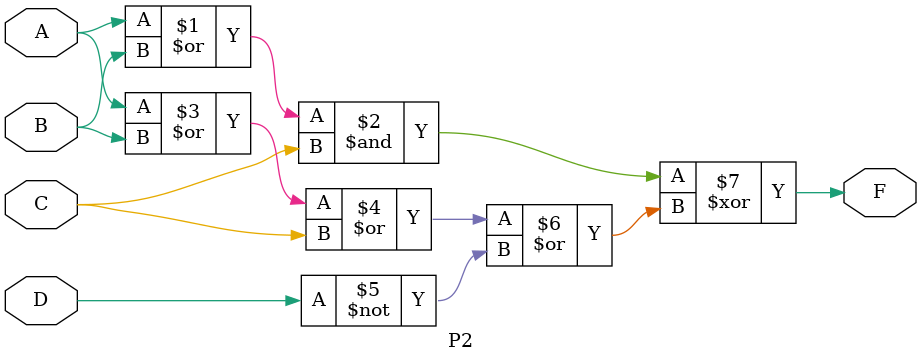
<source format=v>
module P2(A, B, C, D, F);
	
	input A, B, C, D;
	output F;
	 
	assign F = ((A|B) & C) ^ ((A|B) | C | (~D));

endmodule

	

	

</source>
